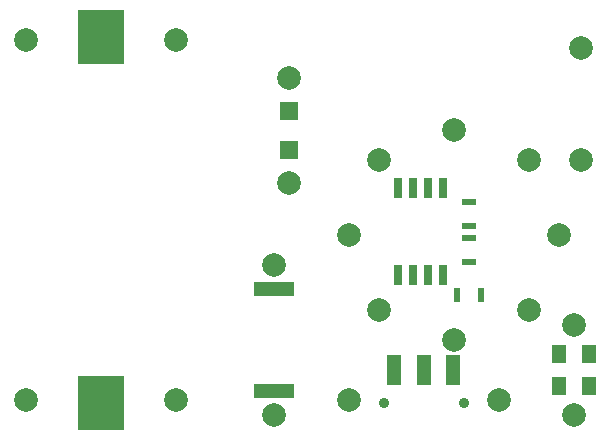
<source format=gts>
G04 #@! TF.FileFunction,Soldermask,Top*
%FSLAX46Y46*%
G04 Gerber Fmt 4.6, Leading zero omitted, Abs format (unit mm)*
G04 Created by KiCad (PCBNEW 4.0.6) date 03/29/19 10:36:33*
%MOMM*%
%LPD*%
G01*
G04 APERTURE LIST*
%ADD10C,0.100000*%
%ADD11C,2.000000*%
%ADD12R,1.300000X0.600000*%
%ADD13R,0.600000X1.300000*%
%ADD14R,4.000000X4.600000*%
%ADD15R,1.300000X1.500000*%
%ADD16R,0.650000X1.700000*%
%ADD17R,3.400000X1.300000*%
%ADD18R,1.500000X1.500000*%
%ADD19C,0.900000*%
%ADD20R,1.200000X2.500000*%
G04 APERTURE END LIST*
D10*
D11*
X133604000Y-93218000D03*
X146304000Y-93218000D03*
X133604000Y-62738000D03*
D12*
X171069000Y-76470000D03*
X171069000Y-78470000D03*
X171069000Y-79518000D03*
X171069000Y-81518000D03*
D13*
X170069000Y-84328000D03*
X172069000Y-84328000D03*
D14*
X139954000Y-93478000D03*
X139954000Y-62478000D03*
D15*
X181229000Y-92028000D03*
X181229000Y-89328000D03*
D16*
X168846500Y-75280500D03*
X167576500Y-75280500D03*
X166306500Y-75280500D03*
X165036500Y-75280500D03*
X165036500Y-82580500D03*
X166306500Y-82580500D03*
X167576500Y-82580500D03*
X168846500Y-82580500D03*
D15*
X178689000Y-92028000D03*
X178689000Y-89328000D03*
D17*
X154559000Y-92438000D03*
X154559000Y-83838000D03*
D11*
X146304000Y-62738000D03*
X179959000Y-86868000D03*
X179959000Y-94488000D03*
X169799000Y-88138000D03*
X160909000Y-79248000D03*
X154559000Y-81788000D03*
X154559000Y-94488000D03*
X180594000Y-72898000D03*
X180594000Y-63373000D03*
X163449000Y-85598000D03*
X176149000Y-85598000D03*
X178689000Y-79248000D03*
X169799000Y-70358000D03*
X163449000Y-72898000D03*
X176149000Y-72898000D03*
D18*
X155829000Y-68708000D03*
X155829000Y-72008000D03*
D11*
X155829000Y-74803000D03*
X155829000Y-65913000D03*
X160909000Y-93218000D03*
X173609000Y-93218000D03*
D19*
X170659000Y-93428000D03*
D20*
X164759000Y-90678000D03*
X167299000Y-90678000D03*
X169759000Y-90678000D03*
D19*
X163859000Y-93428000D03*
M02*

</source>
